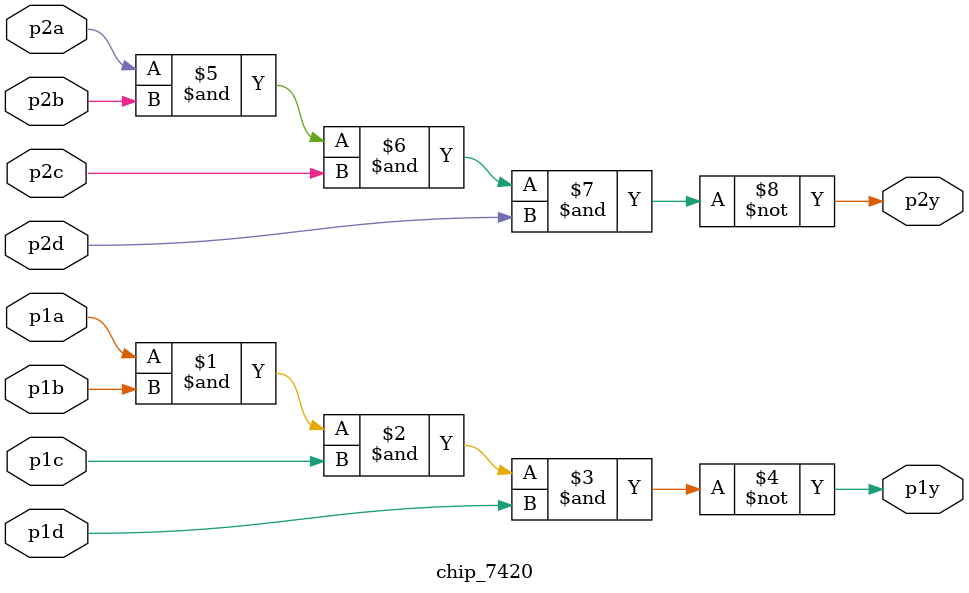
<source format=v>

module chip_7420(
    input p1a, p1b, p1c, p1d,
    output p1y,
    input p2a, p2b, p2c, p2d,
    output p2y
);
    assign p1y = ~(p1a & p1b & p1c & p1d);
    assign p2y = ~(p2a & p2b & p2c & p2d);
endmodule
</source>
